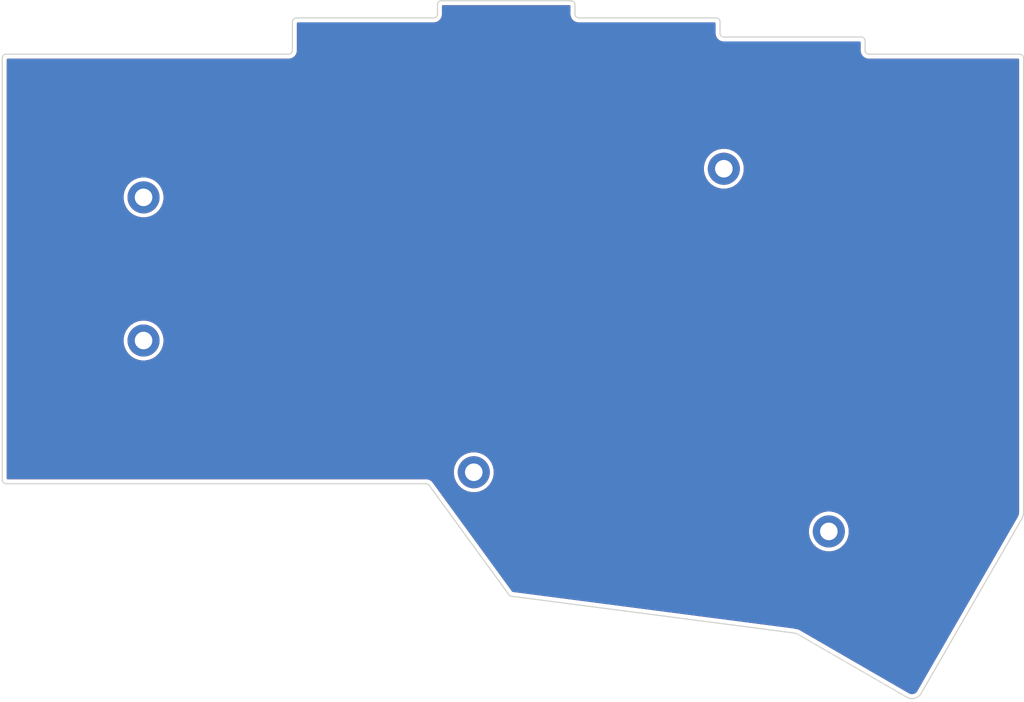
<source format=kicad_pcb>
(kicad_pcb (version 20211014) (generator pcbnew)
  (title_block (title "ish bottom plate") (date "2022-07-19") (rev "0.1.0") (company "sungo"))
  (layers (0 "F.Cu" signal) (31 "B.Cu" signal) (34 "B.Paste" user) (35 "F.Paste" user) (36 "B.SilkS" user "B.Silkscreen") (37 "F.SilkS" user "F.Silkscreen") (38 "B.Mask" user) (39 "F.Mask" user) (44 "Edge.Cuts" user))
  (net 0 "")
  (footprint "kbd:M2_Hole_TH" (layer "F.Cu") (at 79.5 86.75)
    (fp_text reference "" (at 0 -3.2) (layer "F.SilkS"))
    (fp_text value "")
    (pad "" thru_hole circle locked (at 0 0) (size 4.2 4.2) (drill 2.3) (layers *.Cu *.Mask))
  )
  (footprint "kbd:M2_Hole_TH" (layer "F.Cu") (at 79.5 105.5)
    (fp_text reference "" (at 0 -3.2) (layer "F.SilkS"))
    (fp_text value "")
    (pad "" thru_hole circle locked (at 0 0) (size 4.2 4.2) (drill 2.3) (layers *.Cu *.Mask))
  )
  (footprint "kbd:M2_Hole_TH" (layer "F.Cu") (at 155.5 83)
    (fp_text reference "" (at 0 -3.2) (layer "F.SilkS"))
    (fp_text value "")
    (pad "" thru_hole circle locked (at 0 0) (size 4.2 4.2) (drill 2.3) (layers *.Cu *.Mask))
  )
  (footprint "kbd:M2_Hole_TH" (layer "F.Cu") (at 122.75 122.75)
    (fp_text reference "" (at 0 -3.2) (layer "F.SilkS"))
    (fp_text value "")
    (pad "" thru_hole circle locked (at 0 0) (size 4.2 4.2) (drill 2.3) (layers *.Cu *.Mask))
  )
  (footprint "kbd:M2_Hole_TH" (layer "F.Cu") (at 169.25 130.5)
    (fp_text reference "" (at 0 -3.2) (layer "F.SilkS"))
    (fp_text value "")
    (pad "" thru_hole circle locked (at 0 0) (size 4.2 4.2) (drill 2.3) (layers *.Cu *.Mask))
  )
  (gr_arc (start 61.5 124.25) (mid 61.146447 124.103553) (end 61 123.75) (layer "Edge.Cuts") (width 0.15))
  (gr_arc (start 99 63.75) (mid 99.146447 63.396447) (end 99.5 63.25) (layer "Edge.Cuts") (width 0.15))
  (gr_line (start 135.5 61) (end 118.5 61) (layer "Edge.Cuts") (width 0.15))
  (gr_line (start 174 66.25) (end 174 67.5) (layer "Edge.Cuts") (width 0.15))
  (gr_arc (start 194.25 68) (mid 194.603553 68.146447) (end 194.75 68.5) (layer "Edge.Cuts") (width 0.15))
  (gr_line (start 99 63.75) (end 99 67.5) (layer "Edge.Cuts") (width 0.15))
  (gr_arc (start 136.5 63.25) (mid 136.146447 63.103553) (end 136 62.75) (layer "Edge.Cuts") (width 0.15))
  (gr_arc (start 155.5 65.75) (mid 155.146447 65.603553) (end 155 65.25) (layer "Edge.Cuts") (width 0.15))
  (gr_arc (start 181.297263 151.781465) (mid 180.412069 152.371617) (end 179.369251 152.160956) (layer "Edge.Cuts") (width 0.15))
  (gr_arc (start 173.5 65.75) (mid 173.853553 65.896447) (end 174 66.25) (layer "Edge.Cuts") (width 0.15))
  (gr_line (start 181.297263 151.781465) (end 194.525 128.85) (layer "Edge.Cuts") (width 0.15))
  (gr_arc (start 154.5 63.25) (mid 154.853553 63.396447) (end 155 63.75) (layer "Edge.Cuts") (width 0.15))
  (gr_arc (start 118 62.75) (mid 117.853553 63.103553) (end 117.5 63.25) (layer "Edge.Cuts") (width 0.15))
  (gr_line (start 117.5 63.25) (end 99.5 63.25) (layer "Edge.Cuts") (width 0.15))
  (gr_line (start 165.075 143.9) (end 179.369251 152.160956) (layer "Edge.Cuts") (width 0.15))
  (gr_line (start 155 65.25) (end 155 63.75) (layer "Edge.Cuts") (width 0.15))
  (gr_line (start 127.75 139) (end 164.420556 143.770344) (layer "Edge.Cuts") (width 0.15))
  (gr_arc (start 194.75 127.975) (mid 194.695218 128.426668) (end 194.522764 128.847696) (layer "Edge.Cuts") (width 0.15))
  (gr_line (start 116.5 124.25) (end 61.499995 124.25) (layer "Edge.Cuts") (width 0.15))
  (gr_line (start 116.853553 124.396447) (end 127.396447 138.853553) (layer "Edge.Cuts") (width 0.15))
  (gr_arc (start 174.5 68) (mid 174.146447 67.853553) (end 174 67.5) (layer "Edge.Cuts") (width 0.15))
  (gr_line (start 154.5 63.25) (end 136.5 63.25) (layer "Edge.Cuts") (width 0.15))
  (gr_line (start 194.75 68.5) (end 194.75 127.975) (layer "Edge.Cuts") (width 0.15))
  (gr_arc (start 127.75 139) (mid 127.558658 138.96194) (end 127.396447 138.853553) (layer "Edge.Cuts") (width 0.15))
  (gr_line (start 118 61.5) (end 118 62.75) (layer "Edge.Cuts") (width 0.15))
  (gr_line (start 173.5 65.75) (end 155.5 65.75) (layer "Edge.Cuts") (width 0.15))
  (gr_arc (start 135.5 61) (mid 135.853553 61.146447) (end 136 61.5) (layer "Edge.Cuts") (width 0.15))
  (gr_arc (start 164.420556 143.770344) (mid 164.750952 143.819149) (end 165.075 143.9) (layer "Edge.Cuts") (width 0.15))
  (gr_arc (start 118 61.5) (mid 118.146447 61.146447) (end 118.5 61) (layer "Edge.Cuts") (width 0.15))
  (gr_line (start 194.25 68) (end 174.5 68) (layer "Edge.Cuts") (width 0.15))
  (gr_line (start 136 62.75) (end 136 61.5) (layer "Edge.Cuts") (width 0.15))
  (gr_arc (start 99 67.5) (mid 98.853553 67.853553) (end 98.5 68) (layer "Edge.Cuts") (width 0.15))
  (gr_line (start 98.5 68) (end 61.5 68) (layer "Edge.Cuts") (width 0.15))
  (gr_line (start 61 68.5) (end 61 123.75) (layer "Edge.Cuts") (width 0.15))
  (gr_arc (start 116.5 124.25) (mid 116.691342 124.28806) (end 116.853553 124.396447) (layer "Edge.Cuts") (width 0.15))
  (gr_arc (start 61 68.5) (mid 61.146447 68.146447) (end 61.5 68) (layer "Edge.Cuts") (width 0.15))
  (zone (net 0) (net_name "") (layer "F.Cu") (connect_pads (clearance 0.508)) (min_thickness 0.254) (fill yes (thermal_gap 0.508) (thermal_bridge_width 0.508))
    (polygon (pts (xy 194.7 67.9) (xy 174 67.9) (xy 174 65.7) (xy 155 65.7) (xy 155 63.2) (xy 136 63.2) (xy 136 60.9) (xy 118 60.9) (xy 118 63.2) (xy 98.8 63.2) (xy 98.9 67.9) (xy 60.7 68) (xy 60.9 124.7) (xy 116.6 124.2) (xy 127.4 139.1) (xy 165.05 143.9) (xy 180.75 152.775) (xy 194.8 128.1) (xy 194.8 67.9)))
  )
  (zone (net 0) (net_name "") (layer "B.Cu") (connect_pads (clearance 0.508)) (min_thickness 0.254) (fill yes (thermal_gap 0.508) (thermal_bridge_width 0.508))
    (polygon (pts (xy 194.7 67.9) (xy 174 67.9) (xy 174 65.7) (xy 155 65.7) (xy 155 63.2) (xy 136 63.2) (xy 136 60.9) (xy 118 60.9) (xy 118 63.2) (xy 98.8 63.2) (xy 98.9 67.9) (xy 60.7 68) (xy 60.9 124.7) (xy 116.6 124.2) (xy 127.6 139) (xy 165 143.925) (xy 180.775 152.825) (xy 194.8 128.3) (xy 194.8 67.9)))
  )
)
</source>
